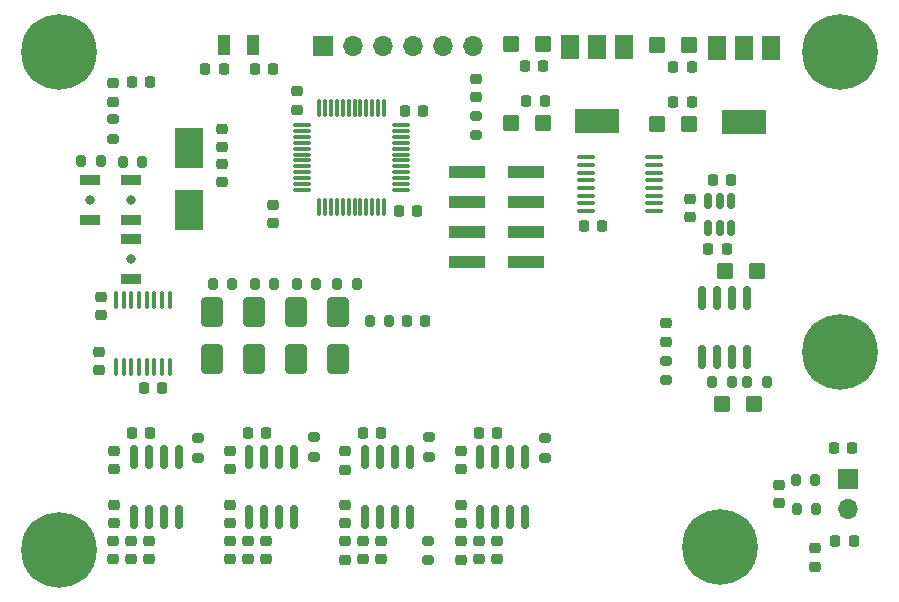
<source format=gbr>
%TF.GenerationSoftware,KiCad,Pcbnew,7.0.9*%
%TF.CreationDate,2024-02-09T01:39:57+08:00*%
%TF.ProjectId,yeg-channel,7965672d-6368-4616-9e6e-656c2e6b6963,rev?*%
%TF.SameCoordinates,Original*%
%TF.FileFunction,Soldermask,Top*%
%TF.FilePolarity,Negative*%
%FSLAX46Y46*%
G04 Gerber Fmt 4.6, Leading zero omitted, Abs format (unit mm)*
G04 Created by KiCad (PCBNEW 7.0.9) date 2024-02-09 01:39:57*
%MOMM*%
%LPD*%
G01*
G04 APERTURE LIST*
G04 Aperture macros list*
%AMRoundRect*
0 Rectangle with rounded corners*
0 $1 Rounding radius*
0 $2 $3 $4 $5 $6 $7 $8 $9 X,Y pos of 4 corners*
0 Add a 4 corners polygon primitive as box body*
4,1,4,$2,$3,$4,$5,$6,$7,$8,$9,$2,$3,0*
0 Add four circle primitives for the rounded corners*
1,1,$1+$1,$2,$3*
1,1,$1+$1,$4,$5*
1,1,$1+$1,$6,$7*
1,1,$1+$1,$8,$9*
0 Add four rect primitives between the rounded corners*
20,1,$1+$1,$2,$3,$4,$5,0*
20,1,$1+$1,$4,$5,$6,$7,0*
20,1,$1+$1,$6,$7,$8,$9,0*
20,1,$1+$1,$8,$9,$2,$3,0*%
G04 Aperture macros list end*
%ADD10O,1.700000X1.700000*%
%ADD11R,1.700000X1.700000*%
%ADD12RoundRect,0.250000X0.450000X0.425000X-0.450000X0.425000X-0.450000X-0.425000X0.450000X-0.425000X0*%
%ADD13RoundRect,0.225000X0.250000X-0.225000X0.250000X0.225000X-0.250000X0.225000X-0.250000X-0.225000X0*%
%ADD14RoundRect,0.200000X0.200000X0.275000X-0.200000X0.275000X-0.200000X-0.275000X0.200000X-0.275000X0*%
%ADD15RoundRect,0.200000X-0.200000X-0.275000X0.200000X-0.275000X0.200000X0.275000X-0.200000X0.275000X0*%
%ADD16RoundRect,0.225000X-0.225000X-0.250000X0.225000X-0.250000X0.225000X0.250000X-0.225000X0.250000X0*%
%ADD17C,3.600000*%
%ADD18C,6.400000*%
%ADD19RoundRect,0.200000X-0.275000X0.200000X-0.275000X-0.200000X0.275000X-0.200000X0.275000X0.200000X0*%
%ADD20RoundRect,0.162500X0.162500X-0.825000X0.162500X0.825000X-0.162500X0.825000X-0.162500X-0.825000X0*%
%ADD21RoundRect,0.225000X0.225000X0.250000X-0.225000X0.250000X-0.225000X-0.250000X0.225000X-0.250000X0*%
%ADD22RoundRect,0.218750X0.218750X0.256250X-0.218750X0.256250X-0.218750X-0.256250X0.218750X-0.256250X0*%
%ADD23RoundRect,0.100000X0.637500X0.100000X-0.637500X0.100000X-0.637500X-0.100000X0.637500X-0.100000X0*%
%ADD24RoundRect,0.150000X0.150000X-0.825000X0.150000X0.825000X-0.150000X0.825000X-0.150000X-0.825000X0*%
%ADD25RoundRect,0.225000X-0.250000X0.225000X-0.250000X-0.225000X0.250000X-0.225000X0.250000X0.225000X0*%
%ADD26RoundRect,0.200000X0.275000X-0.200000X0.275000X0.200000X-0.275000X0.200000X-0.275000X-0.200000X0*%
%ADD27C,0.800000*%
%ADD28R,1.700000X0.900000*%
%ADD29RoundRect,0.100000X0.100000X-0.637500X0.100000X0.637500X-0.100000X0.637500X-0.100000X-0.637500X0*%
%ADD30RoundRect,0.218750X0.256250X-0.218750X0.256250X0.218750X-0.256250X0.218750X-0.256250X-0.218750X0*%
%ADD31R,1.000000X1.800000*%
%ADD32RoundRect,0.150000X0.150000X-0.512500X0.150000X0.512500X-0.150000X0.512500X-0.150000X-0.512500X0*%
%ADD33RoundRect,0.250000X-0.650000X1.000000X-0.650000X-1.000000X0.650000X-1.000000X0.650000X1.000000X0*%
%ADD34RoundRect,0.075000X-0.662500X-0.075000X0.662500X-0.075000X0.662500X0.075000X-0.662500X0.075000X0*%
%ADD35RoundRect,0.075000X-0.075000X-0.662500X0.075000X-0.662500X0.075000X0.662500X-0.075000X0.662500X0*%
%ADD36RoundRect,0.218750X-0.218750X-0.256250X0.218750X-0.256250X0.218750X0.256250X-0.218750X0.256250X0*%
%ADD37R,1.500000X2.000000*%
%ADD38R,3.800000X2.000000*%
%ADD39R,2.400000X3.500000*%
%ADD40R,3.150000X1.000000*%
G04 APERTURE END LIST*
D10*
%TO.C,J2*%
X96520000Y-40132000D03*
X93980000Y-40132000D03*
X91440000Y-40132000D03*
X88900000Y-40132000D03*
X86360000Y-40132000D03*
D11*
X83820000Y-40132000D03*
%TD*%
D12*
%TO.C,C5*%
X114826552Y-40047052D03*
X112126552Y-40047052D03*
%TD*%
D13*
%TO.C,C26*%
X75964552Y-80570552D03*
X75964552Y-79020552D03*
%TD*%
D14*
%TO.C,R17*%
X89452052Y-63415052D03*
X87802052Y-63415052D03*
%TD*%
D12*
%TO.C,C7*%
X114873552Y-46778052D03*
X112173552Y-46778052D03*
%TD*%
D15*
%TO.C,R6*%
X78060552Y-60303052D03*
X79710552Y-60303052D03*
%TD*%
D16*
%TO.C,C15*%
X90302552Y-54144052D03*
X91852552Y-54144052D03*
%TD*%
D17*
%TO.C,H6*%
X61525000Y-40640000D03*
D18*
X61525000Y-40640000D03*
%TD*%
D19*
%TO.C,R14*%
X66058552Y-46334052D03*
X66058552Y-47984052D03*
%TD*%
D16*
%TO.C,C14*%
X90810552Y-45635052D03*
X92360552Y-45635052D03*
%TD*%
D14*
%TO.C,R1*%
X121442552Y-68557052D03*
X119792552Y-68557052D03*
%TD*%
D12*
%TO.C,C1*%
X102446552Y-39945052D03*
X99746552Y-39945052D03*
%TD*%
D20*
%TO.C,U8*%
X77615552Y-80049552D03*
X78885552Y-80049552D03*
X80155552Y-80049552D03*
X81425552Y-80049552D03*
X81425552Y-74974552D03*
X80155552Y-74974552D03*
X78885552Y-74974552D03*
X77615552Y-74974552D03*
%TD*%
%TO.C,U7*%
X67836552Y-80047052D03*
X69106552Y-80047052D03*
X70376552Y-80047052D03*
X71646552Y-80047052D03*
X71646552Y-74972052D03*
X70376552Y-74972052D03*
X69106552Y-74972052D03*
X67836552Y-74972052D03*
%TD*%
D21*
%TO.C,C6*%
X115060552Y-41952052D03*
X113510552Y-41952052D03*
%TD*%
D22*
%TO.C,D10*%
X128676500Y-74168000D03*
X127101500Y-74168000D03*
%TD*%
D23*
%TO.C,U5*%
X111847052Y-54133052D03*
X111847052Y-53483052D03*
X111847052Y-52833052D03*
X111847052Y-52183052D03*
X111847052Y-51533052D03*
X111847052Y-50883052D03*
X111847052Y-50233052D03*
X111847052Y-49583052D03*
X106122052Y-49583052D03*
X106122052Y-50233052D03*
X106122052Y-50883052D03*
X106122052Y-51533052D03*
X106122052Y-52183052D03*
X106122052Y-52833052D03*
X106122052Y-53483052D03*
X106122052Y-54133052D03*
%TD*%
D21*
%TO.C,C8*%
X115060552Y-44873052D03*
X113510552Y-44873052D03*
%TD*%
D19*
%TO.C,R3*%
X92728552Y-82021052D03*
X92728552Y-83671052D03*
%TD*%
D13*
%TO.C,C37*%
X87267552Y-83621052D03*
X87267552Y-82071052D03*
%TD*%
%TO.C,C49*%
X122491500Y-78829500D03*
X122491500Y-77279500D03*
%TD*%
D16*
%TO.C,C44*%
X105923552Y-55414052D03*
X107473552Y-55414052D03*
%TD*%
D20*
%TO.C,U9*%
X87394552Y-80049552D03*
X88664552Y-80049552D03*
X89934552Y-80049552D03*
X91204552Y-80049552D03*
X91204552Y-74974552D03*
X89934552Y-74974552D03*
X88664552Y-74974552D03*
X87394552Y-74974552D03*
%TD*%
D15*
%TO.C,R4*%
X74504552Y-60303052D03*
X76154552Y-60303052D03*
%TD*%
D24*
%TO.C,U4*%
X115982552Y-66460052D03*
X117252552Y-66460052D03*
X118522552Y-66460052D03*
X119792552Y-66460052D03*
X119792552Y-61510052D03*
X118522552Y-61510052D03*
X117252552Y-61510052D03*
X115982552Y-61510052D03*
%TD*%
D17*
%TO.C,H2*%
X61525000Y-82809000D03*
D18*
X61525000Y-82809000D03*
%TD*%
D12*
%TO.C,C10*%
X120380552Y-70462052D03*
X117680552Y-70462052D03*
%TD*%
D25*
%TO.C,C50*%
X79647552Y-53623052D03*
X79647552Y-55173052D03*
%TD*%
D13*
%TO.C,C31*%
X85743552Y-83634052D03*
X85743552Y-82084052D03*
%TD*%
D19*
%TO.C,R15*%
X96792552Y-46054552D03*
X96792552Y-47704552D03*
%TD*%
%TO.C,R16*%
X112921552Y-66781052D03*
X112921552Y-68431052D03*
%TD*%
D25*
%TO.C,C21*%
X85743552Y-74464052D03*
X85743552Y-76014052D03*
%TD*%
%TO.C,C41*%
X65042552Y-61370052D03*
X65042552Y-62920052D03*
%TD*%
%TO.C,C17*%
X66185552Y-74448552D03*
X66185552Y-75998552D03*
%TD*%
D15*
%TO.C,R10*%
X85045552Y-60303052D03*
X86695552Y-60303052D03*
%TD*%
D22*
%TO.C,D9*%
X128803500Y-82042000D03*
X127228500Y-82042000D03*
%TD*%
D26*
%TO.C,R5*%
X73279000Y-74993000D03*
X73279000Y-73343000D03*
%TD*%
D16*
%TO.C,C20*%
X77475552Y-72937552D03*
X79025552Y-72937552D03*
%TD*%
D27*
%TO.C,SW1*%
X67582552Y-58159052D03*
D28*
X67582552Y-59859052D03*
X67582552Y-56459052D03*
%TD*%
D26*
%TO.C,R7*%
X83058000Y-74929000D03*
X83058000Y-73279000D03*
%TD*%
D13*
%TO.C,C32*%
X95522552Y-83631552D03*
X95522552Y-82081552D03*
%TD*%
D29*
%TO.C,U11*%
X66334552Y-67352052D03*
X66984552Y-67352052D03*
X67634552Y-67352052D03*
X68284552Y-67352052D03*
X68934552Y-67352052D03*
X69584552Y-67352052D03*
X70234552Y-67352052D03*
X70884552Y-67352052D03*
X70884552Y-61627052D03*
X70234552Y-61627052D03*
X69584552Y-61627052D03*
X68934552Y-61627052D03*
X68284552Y-61627052D03*
X67634552Y-61627052D03*
X66984552Y-61627052D03*
X66334552Y-61627052D03*
%TD*%
D30*
%TO.C,D12*%
X125476000Y-84226500D03*
X125476000Y-82651500D03*
%TD*%
D13*
%TO.C,C33*%
X69106552Y-83605552D03*
X69106552Y-82055552D03*
%TD*%
D21*
%TO.C,C2*%
X102519552Y-41850052D03*
X100969552Y-41850052D03*
%TD*%
D14*
%TO.C,R12*%
X125602500Y-79324500D03*
X123952500Y-79324500D03*
%TD*%
D31*
%TO.C,Y1*%
X77963552Y-40047052D03*
X75463552Y-40047052D03*
%TD*%
D32*
%TO.C,U3*%
X116495552Y-55530052D03*
X117445552Y-55530052D03*
X118395552Y-55530052D03*
X118395552Y-53255052D03*
X117445552Y-53255052D03*
X116495552Y-53255052D03*
%TD*%
D14*
%TO.C,R18*%
X65042552Y-49904052D03*
X63392552Y-49904052D03*
%TD*%
D25*
%TO.C,C42*%
X64915552Y-66056052D03*
X64915552Y-67606052D03*
%TD*%
D13*
%TO.C,C36*%
X79012552Y-83618552D03*
X79012552Y-82068552D03*
%TD*%
D27*
%TO.C,SW3*%
X64153552Y-53206052D03*
D28*
X64153552Y-51506052D03*
X64153552Y-54906052D03*
%TD*%
D17*
%TO.C,H4*%
X127635000Y-40640000D03*
D18*
X127635000Y-40640000D03*
%TD*%
D21*
%TO.C,C4*%
X102633552Y-44771052D03*
X101083552Y-44771052D03*
%TD*%
D14*
%TO.C,R2*%
X118458552Y-68557052D03*
X116808552Y-68557052D03*
%TD*%
D16*
%TO.C,C51*%
X67683552Y-43222052D03*
X69233552Y-43222052D03*
%TD*%
D33*
%TO.C,D2*%
X77996552Y-62685052D03*
X77996552Y-66685052D03*
%TD*%
D13*
%TO.C,C39*%
X97046552Y-83618552D03*
X97046552Y-82068552D03*
%TD*%
D27*
%TO.C,SW2*%
X67582552Y-53206052D03*
D28*
X67582552Y-51506052D03*
X67582552Y-54906052D03*
%TD*%
D12*
%TO.C,C9*%
X120587552Y-59159052D03*
X117887552Y-59159052D03*
%TD*%
%TO.C,C3*%
X102446552Y-46676052D03*
X99746552Y-46676052D03*
%TD*%
D33*
%TO.C,D1*%
X74440552Y-62653052D03*
X74440552Y-66653052D03*
%TD*%
D13*
%TO.C,C28*%
X95522552Y-80570552D03*
X95522552Y-79020552D03*
%TD*%
D14*
%TO.C,R13*%
X125539500Y-76911500D03*
X123889500Y-76911500D03*
%TD*%
D30*
%TO.C,D5*%
X66058552Y-44861052D03*
X66058552Y-43286052D03*
%TD*%
D16*
%TO.C,C43*%
X68699552Y-69130052D03*
X70249552Y-69130052D03*
%TD*%
%TO.C,C22*%
X87254552Y-72940052D03*
X88804552Y-72940052D03*
%TD*%
D34*
%TO.C,U6*%
X82117552Y-46842052D03*
X82117552Y-47342052D03*
X82117552Y-47842052D03*
X82117552Y-48342052D03*
X82117552Y-48842052D03*
X82117552Y-49342052D03*
X82117552Y-49842052D03*
X82117552Y-50342052D03*
X82117552Y-50842052D03*
X82117552Y-51342052D03*
X82117552Y-51842052D03*
X82117552Y-52342052D03*
D35*
X83530052Y-53754552D03*
X84030052Y-53754552D03*
X84530052Y-53754552D03*
X85030052Y-53754552D03*
X85530052Y-53754552D03*
X86030052Y-53754552D03*
X86530052Y-53754552D03*
X87030052Y-53754552D03*
X87530052Y-53754552D03*
X88030052Y-53754552D03*
X88530052Y-53754552D03*
X89030052Y-53754552D03*
D34*
X90442552Y-52342052D03*
X90442552Y-51842052D03*
X90442552Y-51342052D03*
X90442552Y-50842052D03*
X90442552Y-50342052D03*
X90442552Y-49842052D03*
X90442552Y-49342052D03*
X90442552Y-48842052D03*
X90442552Y-48342052D03*
X90442552Y-47842052D03*
X90442552Y-47342052D03*
X90442552Y-46842052D03*
D35*
X89030052Y-45429552D03*
X88530052Y-45429552D03*
X88030052Y-45429552D03*
X87530052Y-45429552D03*
X87030052Y-45429552D03*
X86530052Y-45429552D03*
X86030052Y-45429552D03*
X85530052Y-45429552D03*
X85030052Y-45429552D03*
X84530052Y-45429552D03*
X84030052Y-45429552D03*
X83530052Y-45429552D03*
%TD*%
D26*
%TO.C,R11*%
X102616000Y-74993000D03*
X102616000Y-73343000D03*
%TD*%
D11*
%TO.C,J1*%
X128270000Y-76835000D03*
D10*
X128270000Y-79375000D03*
%TD*%
D25*
%TO.C,C47*%
X75329552Y-47159052D03*
X75329552Y-48709052D03*
%TD*%
D13*
%TO.C,C25*%
X66185552Y-80570552D03*
X66185552Y-79020552D03*
%TD*%
%TO.C,C29*%
X66058552Y-83618552D03*
X66058552Y-82068552D03*
%TD*%
D25*
%TO.C,C11*%
X114966552Y-53102052D03*
X114966552Y-54652052D03*
%TD*%
D18*
%TO.C,H1*%
X117475000Y-82550000D03*
D17*
X117475000Y-82550000D03*
%TD*%
D21*
%TO.C,C12*%
X118040552Y-57319052D03*
X116490552Y-57319052D03*
%TD*%
D17*
%TO.C,H3*%
X127635000Y-66040000D03*
D18*
X127635000Y-66040000D03*
%TD*%
D13*
%TO.C,C34*%
X67582552Y-83605552D03*
X67582552Y-82055552D03*
%TD*%
D30*
%TO.C,D6*%
X96792552Y-44492052D03*
X96792552Y-42917052D03*
%TD*%
D36*
%TO.C,D8*%
X90950552Y-63415052D03*
X92525552Y-63415052D03*
%TD*%
D33*
%TO.C,D4*%
X85108552Y-62653052D03*
X85108552Y-66653052D03*
%TD*%
D21*
%TO.C,C45*%
X79647552Y-42079052D03*
X78097552Y-42079052D03*
%TD*%
D25*
%TO.C,C48*%
X75311000Y-50152000D03*
X75311000Y-51702000D03*
%TD*%
D13*
%TO.C,C35*%
X77488552Y-83618552D03*
X77488552Y-82068552D03*
%TD*%
D37*
%TO.C,U2*%
X121806552Y-40301052D03*
X119506552Y-40301052D03*
D38*
X119506552Y-46601052D03*
D37*
X117206552Y-40301052D03*
%TD*%
D13*
%TO.C,C27*%
X85743552Y-80560052D03*
X85743552Y-79010052D03*
%TD*%
D33*
%TO.C,D3*%
X81552552Y-62653052D03*
X81552552Y-66653052D03*
%TD*%
D16*
%TO.C,C18*%
X67696552Y-72937552D03*
X69246552Y-72937552D03*
%TD*%
D21*
%TO.C,C13*%
X118395552Y-51477052D03*
X116845552Y-51477052D03*
%TD*%
D13*
%TO.C,C16*%
X81679552Y-45534052D03*
X81679552Y-43984052D03*
%TD*%
D39*
%TO.C,Y2*%
X72535552Y-48817052D03*
X72535552Y-54017052D03*
%TD*%
D26*
%TO.C,R9*%
X92837000Y-74929000D03*
X92837000Y-73279000D03*
%TD*%
D25*
%TO.C,C19*%
X75964552Y-74435552D03*
X75964552Y-75985552D03*
%TD*%
D20*
%TO.C,U10*%
X97173552Y-80047052D03*
X98443552Y-80047052D03*
X99713552Y-80047052D03*
X100983552Y-80047052D03*
X100983552Y-74972052D03*
X99713552Y-74972052D03*
X98443552Y-74972052D03*
X97173552Y-74972052D03*
%TD*%
D13*
%TO.C,C30*%
X75964552Y-83618552D03*
X75964552Y-82068552D03*
%TD*%
D37*
%TO.C,U1*%
X109379552Y-40199052D03*
X107079552Y-40199052D03*
D38*
X107079552Y-46499052D03*
D37*
X104779552Y-40199052D03*
%TD*%
D40*
%TO.C,J4*%
X101080552Y-58462052D03*
X96030552Y-58462052D03*
X101080552Y-55922052D03*
X96030552Y-55922052D03*
X101080552Y-53382052D03*
X96030552Y-53382052D03*
X101080552Y-50842052D03*
X96030552Y-50842052D03*
%TD*%
D13*
%TO.C,C40*%
X98559552Y-83618552D03*
X98559552Y-82068552D03*
%TD*%
D30*
%TO.C,D7*%
X112921552Y-65218552D03*
X112921552Y-63643552D03*
%TD*%
D13*
%TO.C,C38*%
X88791552Y-83621052D03*
X88791552Y-82071052D03*
%TD*%
D21*
%TO.C,C46*%
X75456552Y-42079052D03*
X73906552Y-42079052D03*
%TD*%
D25*
%TO.C,C23*%
X95522552Y-74448552D03*
X95522552Y-75998552D03*
%TD*%
D15*
%TO.C,R19*%
X66884552Y-49953052D03*
X68534552Y-49953052D03*
%TD*%
D16*
%TO.C,C24*%
X97033552Y-72937552D03*
X98583552Y-72937552D03*
%TD*%
D15*
%TO.C,R8*%
X81616552Y-60303052D03*
X83266552Y-60303052D03*
%TD*%
M02*

</source>
